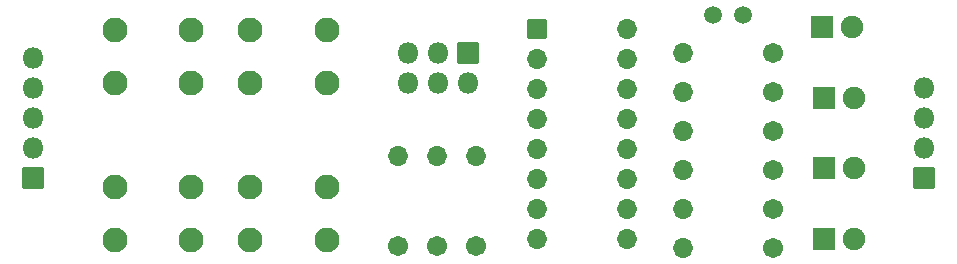
<source format=gbs>
G04 #@! TF.GenerationSoftware,KiCad,Pcbnew,6.0.5-a6ca702e91~116~ubuntu20.04.1*
G04 #@! TF.CreationDate,2022-06-19T16:15:55+02:00*
G04 #@! TF.ProjectId,PCF8574,50434638-3537-4342-9e6b-696361645f70,1.0*
G04 #@! TF.SameCoordinates,Original*
G04 #@! TF.FileFunction,Soldermask,Bot*
G04 #@! TF.FilePolarity,Negative*
%FSLAX46Y46*%
G04 Gerber Fmt 4.6, Leading zero omitted, Abs format (unit mm)*
G04 Created by KiCad (PCBNEW 6.0.5-a6ca702e91~116~ubuntu20.04.1) date 2022-06-19 16:15:55*
%MOMM*%
%LPD*%
G01*
G04 APERTURE LIST*
G04 Aperture macros list*
%AMRoundRect*
0 Rectangle with rounded corners*
0 $1 Rounding radius*
0 $2 $3 $4 $5 $6 $7 $8 $9 X,Y pos of 4 corners*
0 Add a 4 corners polygon primitive as box body*
4,1,4,$2,$3,$4,$5,$6,$7,$8,$9,$2,$3,0*
0 Add four circle primitives for the rounded corners*
1,1,$1+$1,$2,$3*
1,1,$1+$1,$4,$5*
1,1,$1+$1,$6,$7*
1,1,$1+$1,$8,$9*
0 Add four rect primitives between the rounded corners*
20,1,$1+$1,$2,$3,$4,$5,0*
20,1,$1+$1,$4,$5,$6,$7,0*
20,1,$1+$1,$6,$7,$8,$9,0*
20,1,$1+$1,$8,$9,$2,$3,0*%
G04 Aperture macros list end*
%ADD10C,1.702000*%
%ADD11O,1.702000X1.702000*%
%ADD12RoundRect,0.051000X-0.800000X-0.800000X0.800000X-0.800000X0.800000X0.800000X-0.800000X0.800000X0*%
%ADD13RoundRect,0.051000X-0.900000X-0.900000X0.900000X-0.900000X0.900000X0.900000X-0.900000X0.900000X0*%
%ADD14C,1.902000*%
%ADD15RoundRect,0.051000X0.850000X0.850000X-0.850000X0.850000X-0.850000X-0.850000X0.850000X-0.850000X0*%
%ADD16O,1.802000X1.802000*%
%ADD17RoundRect,0.051000X-0.850000X0.850000X-0.850000X-0.850000X0.850000X-0.850000X0.850000X0.850000X0*%
%ADD18C,1.502000*%
%ADD19C,2.102000*%
G04 APERTURE END LIST*
D10*
X126212600Y-101727000D03*
D11*
X118592600Y-101727000D03*
D10*
X94526000Y-114808000D03*
D11*
X94526000Y-107188000D03*
D10*
X126212600Y-114935000D03*
D11*
X118592600Y-114935000D03*
D10*
X126212600Y-111633000D03*
D11*
X118592600Y-111633000D03*
D10*
X126212600Y-108331000D03*
D11*
X118592600Y-108331000D03*
D10*
X126212600Y-105029000D03*
D11*
X118592600Y-105029000D03*
D10*
X101130000Y-114808000D03*
D11*
X101130000Y-107188000D03*
D10*
X97828000Y-114808000D03*
D11*
X97828000Y-107188000D03*
D10*
X126212600Y-98425000D03*
D11*
X118592600Y-98425000D03*
D12*
X106299000Y-96393000D03*
D11*
X106299000Y-98933000D03*
X106299000Y-101473000D03*
X106299000Y-104013000D03*
X106299000Y-106553000D03*
X106299000Y-109093000D03*
X106299000Y-111633000D03*
X106299000Y-114173000D03*
X113919000Y-114173000D03*
X113919000Y-111633000D03*
X113919000Y-109093000D03*
X113919000Y-106553000D03*
X113919000Y-104013000D03*
X113919000Y-101473000D03*
X113919000Y-98933000D03*
X113919000Y-96393000D03*
D13*
X130429000Y-96266000D03*
D14*
X132969000Y-96266000D03*
D13*
X130556000Y-102235000D03*
D14*
X133096000Y-102235000D03*
D13*
X130556000Y-108204000D03*
D14*
X133096000Y-108204000D03*
D13*
X130556000Y-114173000D03*
D14*
X133096000Y-114173000D03*
D15*
X139000000Y-109000000D03*
D16*
X139000000Y-106460000D03*
X139000000Y-103920000D03*
X139000000Y-101380000D03*
D17*
X100400000Y-98425000D03*
D16*
X100400000Y-100965000D03*
X97860000Y-98425000D03*
X97860000Y-100965000D03*
X95320000Y-98425000D03*
X95320000Y-100965000D03*
D18*
X121183400Y-95224600D03*
X123683400Y-95224600D03*
D19*
X70500000Y-101000000D03*
X77000000Y-101000000D03*
X77000000Y-96500000D03*
X70500000Y-96500000D03*
X88500000Y-101000000D03*
X82000000Y-101000000D03*
X82000000Y-96500000D03*
X88500000Y-96500000D03*
X70500000Y-109800000D03*
X77000000Y-109800000D03*
X70500000Y-114300000D03*
X77000000Y-114300000D03*
X88500000Y-109800000D03*
X82000000Y-109800000D03*
X88500000Y-114300000D03*
X82000000Y-114300000D03*
D15*
X63627000Y-109000000D03*
D16*
X63627000Y-106460000D03*
X63627000Y-103920000D03*
X63627000Y-101380000D03*
X63627000Y-98840000D03*
M02*

</source>
